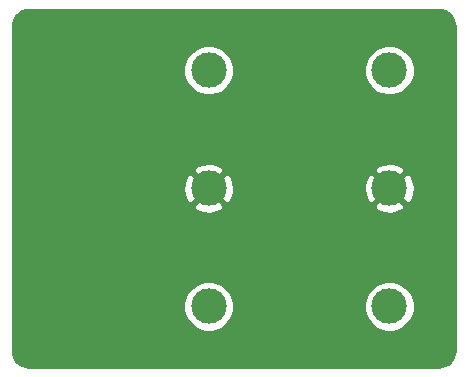
<source format=gtl>
%TF.GenerationSoftware,KiCad,Pcbnew,(5.1.8-0-10_14)*%
%TF.CreationDate,2021-06-26T19:18:40+01:00*%
%TF.ProjectId,breadboard-power-distrib,62726561-6462-46f6-9172-642d706f7765,v01*%
%TF.SameCoordinates,Original*%
%TF.FileFunction,Copper,L1,Top*%
%TF.FilePolarity,Positive*%
%FSLAX46Y46*%
G04 Gerber Fmt 4.6, Leading zero omitted, Abs format (unit mm)*
G04 Created by KiCad (PCBNEW (5.1.8-0-10_14)) date 2021-06-26 19:18:40*
%MOMM*%
%LPD*%
G01*
G04 APERTURE LIST*
%TA.AperFunction,ComponentPad*%
%ADD10C,3.000000*%
%TD*%
%TA.AperFunction,Conductor*%
%ADD11C,0.254000*%
%TD*%
%TA.AperFunction,Conductor*%
%ADD12C,0.100000*%
%TD*%
G04 APERTURE END LIST*
D10*
%TO.P,J3,1*%
%TO.N,Net-(J1-Pad5)*%
X97250000Y-62500000D03*
X112550000Y-62500000D03*
%TD*%
%TO.P,J4,1*%
%TO.N,Net-(J1-Pad1)*%
X97250000Y-72500000D03*
X112550000Y-72500000D03*
%TD*%
%TO.P,J5,1*%
%TO.N,Net-(J2-Pad5)*%
X97250000Y-82500000D03*
X112550000Y-82500000D03*
%TD*%
D11*
%TO.N,Net-(J1-Pad1)*%
X117009659Y-57438625D02*
X117259429Y-57514035D01*
X117489792Y-57636522D01*
X117691980Y-57801422D01*
X117858286Y-58002450D01*
X117982378Y-58231954D01*
X118059531Y-58481195D01*
X118090000Y-58771089D01*
X118090001Y-86217711D01*
X118061375Y-86509660D01*
X117985965Y-86759429D01*
X117863477Y-86989794D01*
X117698579Y-87191979D01*
X117497546Y-87358288D01*
X117268046Y-87482378D01*
X117018805Y-87559531D01*
X116728911Y-87590000D01*
X82032279Y-87590000D01*
X81740340Y-87561375D01*
X81490571Y-87485965D01*
X81260206Y-87363477D01*
X81058021Y-87198579D01*
X80891712Y-86997546D01*
X80767622Y-86768046D01*
X80690469Y-86518805D01*
X80660000Y-86228911D01*
X80660000Y-82289721D01*
X95115000Y-82289721D01*
X95115000Y-82710279D01*
X95197047Y-83122756D01*
X95357988Y-83511302D01*
X95591637Y-83860983D01*
X95889017Y-84158363D01*
X96238698Y-84392012D01*
X96627244Y-84552953D01*
X97039721Y-84635000D01*
X97460279Y-84635000D01*
X97872756Y-84552953D01*
X98261302Y-84392012D01*
X98610983Y-84158363D01*
X98908363Y-83860983D01*
X99142012Y-83511302D01*
X99302953Y-83122756D01*
X99385000Y-82710279D01*
X99385000Y-82289721D01*
X110415000Y-82289721D01*
X110415000Y-82710279D01*
X110497047Y-83122756D01*
X110657988Y-83511302D01*
X110891637Y-83860983D01*
X111189017Y-84158363D01*
X111538698Y-84392012D01*
X111927244Y-84552953D01*
X112339721Y-84635000D01*
X112760279Y-84635000D01*
X113172756Y-84552953D01*
X113561302Y-84392012D01*
X113910983Y-84158363D01*
X114208363Y-83860983D01*
X114442012Y-83511302D01*
X114602953Y-83122756D01*
X114685000Y-82710279D01*
X114685000Y-82289721D01*
X114602953Y-81877244D01*
X114442012Y-81488698D01*
X114208363Y-81139017D01*
X113910983Y-80841637D01*
X113561302Y-80607988D01*
X113172756Y-80447047D01*
X112760279Y-80365000D01*
X112339721Y-80365000D01*
X111927244Y-80447047D01*
X111538698Y-80607988D01*
X111189017Y-80841637D01*
X110891637Y-81139017D01*
X110657988Y-81488698D01*
X110497047Y-81877244D01*
X110415000Y-82289721D01*
X99385000Y-82289721D01*
X99302953Y-81877244D01*
X99142012Y-81488698D01*
X98908363Y-81139017D01*
X98610983Y-80841637D01*
X98261302Y-80607988D01*
X97872756Y-80447047D01*
X97460279Y-80365000D01*
X97039721Y-80365000D01*
X96627244Y-80447047D01*
X96238698Y-80607988D01*
X95889017Y-80841637D01*
X95591637Y-81139017D01*
X95357988Y-81488698D01*
X95197047Y-81877244D01*
X95115000Y-82289721D01*
X80660000Y-82289721D01*
X80660000Y-73991653D01*
X95937952Y-73991653D01*
X96093962Y-74307214D01*
X96468745Y-74498020D01*
X96873551Y-74612044D01*
X97292824Y-74644902D01*
X97710451Y-74595334D01*
X98110383Y-74465243D01*
X98406038Y-74307214D01*
X98562048Y-73991653D01*
X111237952Y-73991653D01*
X111393962Y-74307214D01*
X111768745Y-74498020D01*
X112173551Y-74612044D01*
X112592824Y-74644902D01*
X113010451Y-74595334D01*
X113410383Y-74465243D01*
X113706038Y-74307214D01*
X113862048Y-73991653D01*
X112550000Y-72679605D01*
X111237952Y-73991653D01*
X98562048Y-73991653D01*
X97250000Y-72679605D01*
X95937952Y-73991653D01*
X80660000Y-73991653D01*
X80660000Y-72542824D01*
X95105098Y-72542824D01*
X95154666Y-72960451D01*
X95284757Y-73360383D01*
X95442786Y-73656038D01*
X95758347Y-73812048D01*
X97070395Y-72500000D01*
X97429605Y-72500000D01*
X98741653Y-73812048D01*
X99057214Y-73656038D01*
X99248020Y-73281255D01*
X99362044Y-72876449D01*
X99388189Y-72542824D01*
X110405098Y-72542824D01*
X110454666Y-72960451D01*
X110584757Y-73360383D01*
X110742786Y-73656038D01*
X111058347Y-73812048D01*
X112370395Y-72500000D01*
X112729605Y-72500000D01*
X114041653Y-73812048D01*
X114357214Y-73656038D01*
X114548020Y-73281255D01*
X114662044Y-72876449D01*
X114694902Y-72457176D01*
X114645334Y-72039549D01*
X114515243Y-71639617D01*
X114357214Y-71343962D01*
X114041653Y-71187952D01*
X112729605Y-72500000D01*
X112370395Y-72500000D01*
X111058347Y-71187952D01*
X110742786Y-71343962D01*
X110551980Y-71718745D01*
X110437956Y-72123551D01*
X110405098Y-72542824D01*
X99388189Y-72542824D01*
X99394902Y-72457176D01*
X99345334Y-72039549D01*
X99215243Y-71639617D01*
X99057214Y-71343962D01*
X98741653Y-71187952D01*
X97429605Y-72500000D01*
X97070395Y-72500000D01*
X95758347Y-71187952D01*
X95442786Y-71343962D01*
X95251980Y-71718745D01*
X95137956Y-72123551D01*
X95105098Y-72542824D01*
X80660000Y-72542824D01*
X80660000Y-71008347D01*
X95937952Y-71008347D01*
X97250000Y-72320395D01*
X98562048Y-71008347D01*
X111237952Y-71008347D01*
X112550000Y-72320395D01*
X113862048Y-71008347D01*
X113706038Y-70692786D01*
X113331255Y-70501980D01*
X112926449Y-70387956D01*
X112507176Y-70355098D01*
X112089549Y-70404666D01*
X111689617Y-70534757D01*
X111393962Y-70692786D01*
X111237952Y-71008347D01*
X98562048Y-71008347D01*
X98406038Y-70692786D01*
X98031255Y-70501980D01*
X97626449Y-70387956D01*
X97207176Y-70355098D01*
X96789549Y-70404666D01*
X96389617Y-70534757D01*
X96093962Y-70692786D01*
X95937952Y-71008347D01*
X80660000Y-71008347D01*
X80660000Y-62289721D01*
X95115000Y-62289721D01*
X95115000Y-62710279D01*
X95197047Y-63122756D01*
X95357988Y-63511302D01*
X95591637Y-63860983D01*
X95889017Y-64158363D01*
X96238698Y-64392012D01*
X96627244Y-64552953D01*
X97039721Y-64635000D01*
X97460279Y-64635000D01*
X97872756Y-64552953D01*
X98261302Y-64392012D01*
X98610983Y-64158363D01*
X98908363Y-63860983D01*
X99142012Y-63511302D01*
X99302953Y-63122756D01*
X99385000Y-62710279D01*
X99385000Y-62289721D01*
X110415000Y-62289721D01*
X110415000Y-62710279D01*
X110497047Y-63122756D01*
X110657988Y-63511302D01*
X110891637Y-63860983D01*
X111189017Y-64158363D01*
X111538698Y-64392012D01*
X111927244Y-64552953D01*
X112339721Y-64635000D01*
X112760279Y-64635000D01*
X113172756Y-64552953D01*
X113561302Y-64392012D01*
X113910983Y-64158363D01*
X114208363Y-63860983D01*
X114442012Y-63511302D01*
X114602953Y-63122756D01*
X114685000Y-62710279D01*
X114685000Y-62289721D01*
X114602953Y-61877244D01*
X114442012Y-61488698D01*
X114208363Y-61139017D01*
X113910983Y-60841637D01*
X113561302Y-60607988D01*
X113172756Y-60447047D01*
X112760279Y-60365000D01*
X112339721Y-60365000D01*
X111927244Y-60447047D01*
X111538698Y-60607988D01*
X111189017Y-60841637D01*
X110891637Y-61139017D01*
X110657988Y-61488698D01*
X110497047Y-61877244D01*
X110415000Y-62289721D01*
X99385000Y-62289721D01*
X99302953Y-61877244D01*
X99142012Y-61488698D01*
X98908363Y-61139017D01*
X98610983Y-60841637D01*
X98261302Y-60607988D01*
X97872756Y-60447047D01*
X97460279Y-60365000D01*
X97039721Y-60365000D01*
X96627244Y-60447047D01*
X96238698Y-60607988D01*
X95889017Y-60841637D01*
X95591637Y-61139017D01*
X95357988Y-61488698D01*
X95197047Y-61877244D01*
X95115000Y-62289721D01*
X80660000Y-62289721D01*
X80660000Y-58782279D01*
X80688625Y-58490341D01*
X80764035Y-58240571D01*
X80886522Y-58010208D01*
X81051422Y-57808020D01*
X81252450Y-57641714D01*
X81481954Y-57517622D01*
X81731195Y-57440469D01*
X82021088Y-57410000D01*
X116717721Y-57410000D01*
X117009659Y-57438625D01*
%TA.AperFunction,Conductor*%
D12*
G36*
X117009659Y-57438625D02*
G01*
X117259429Y-57514035D01*
X117489792Y-57636522D01*
X117691980Y-57801422D01*
X117858286Y-58002450D01*
X117982378Y-58231954D01*
X118059531Y-58481195D01*
X118090000Y-58771089D01*
X118090001Y-86217711D01*
X118061375Y-86509660D01*
X117985965Y-86759429D01*
X117863477Y-86989794D01*
X117698579Y-87191979D01*
X117497546Y-87358288D01*
X117268046Y-87482378D01*
X117018805Y-87559531D01*
X116728911Y-87590000D01*
X82032279Y-87590000D01*
X81740340Y-87561375D01*
X81490571Y-87485965D01*
X81260206Y-87363477D01*
X81058021Y-87198579D01*
X80891712Y-86997546D01*
X80767622Y-86768046D01*
X80690469Y-86518805D01*
X80660000Y-86228911D01*
X80660000Y-82289721D01*
X95115000Y-82289721D01*
X95115000Y-82710279D01*
X95197047Y-83122756D01*
X95357988Y-83511302D01*
X95591637Y-83860983D01*
X95889017Y-84158363D01*
X96238698Y-84392012D01*
X96627244Y-84552953D01*
X97039721Y-84635000D01*
X97460279Y-84635000D01*
X97872756Y-84552953D01*
X98261302Y-84392012D01*
X98610983Y-84158363D01*
X98908363Y-83860983D01*
X99142012Y-83511302D01*
X99302953Y-83122756D01*
X99385000Y-82710279D01*
X99385000Y-82289721D01*
X110415000Y-82289721D01*
X110415000Y-82710279D01*
X110497047Y-83122756D01*
X110657988Y-83511302D01*
X110891637Y-83860983D01*
X111189017Y-84158363D01*
X111538698Y-84392012D01*
X111927244Y-84552953D01*
X112339721Y-84635000D01*
X112760279Y-84635000D01*
X113172756Y-84552953D01*
X113561302Y-84392012D01*
X113910983Y-84158363D01*
X114208363Y-83860983D01*
X114442012Y-83511302D01*
X114602953Y-83122756D01*
X114685000Y-82710279D01*
X114685000Y-82289721D01*
X114602953Y-81877244D01*
X114442012Y-81488698D01*
X114208363Y-81139017D01*
X113910983Y-80841637D01*
X113561302Y-80607988D01*
X113172756Y-80447047D01*
X112760279Y-80365000D01*
X112339721Y-80365000D01*
X111927244Y-80447047D01*
X111538698Y-80607988D01*
X111189017Y-80841637D01*
X110891637Y-81139017D01*
X110657988Y-81488698D01*
X110497047Y-81877244D01*
X110415000Y-82289721D01*
X99385000Y-82289721D01*
X99302953Y-81877244D01*
X99142012Y-81488698D01*
X98908363Y-81139017D01*
X98610983Y-80841637D01*
X98261302Y-80607988D01*
X97872756Y-80447047D01*
X97460279Y-80365000D01*
X97039721Y-80365000D01*
X96627244Y-80447047D01*
X96238698Y-80607988D01*
X95889017Y-80841637D01*
X95591637Y-81139017D01*
X95357988Y-81488698D01*
X95197047Y-81877244D01*
X95115000Y-82289721D01*
X80660000Y-82289721D01*
X80660000Y-73991653D01*
X95937952Y-73991653D01*
X96093962Y-74307214D01*
X96468745Y-74498020D01*
X96873551Y-74612044D01*
X97292824Y-74644902D01*
X97710451Y-74595334D01*
X98110383Y-74465243D01*
X98406038Y-74307214D01*
X98562048Y-73991653D01*
X111237952Y-73991653D01*
X111393962Y-74307214D01*
X111768745Y-74498020D01*
X112173551Y-74612044D01*
X112592824Y-74644902D01*
X113010451Y-74595334D01*
X113410383Y-74465243D01*
X113706038Y-74307214D01*
X113862048Y-73991653D01*
X112550000Y-72679605D01*
X111237952Y-73991653D01*
X98562048Y-73991653D01*
X97250000Y-72679605D01*
X95937952Y-73991653D01*
X80660000Y-73991653D01*
X80660000Y-72542824D01*
X95105098Y-72542824D01*
X95154666Y-72960451D01*
X95284757Y-73360383D01*
X95442786Y-73656038D01*
X95758347Y-73812048D01*
X97070395Y-72500000D01*
X97429605Y-72500000D01*
X98741653Y-73812048D01*
X99057214Y-73656038D01*
X99248020Y-73281255D01*
X99362044Y-72876449D01*
X99388189Y-72542824D01*
X110405098Y-72542824D01*
X110454666Y-72960451D01*
X110584757Y-73360383D01*
X110742786Y-73656038D01*
X111058347Y-73812048D01*
X112370395Y-72500000D01*
X112729605Y-72500000D01*
X114041653Y-73812048D01*
X114357214Y-73656038D01*
X114548020Y-73281255D01*
X114662044Y-72876449D01*
X114694902Y-72457176D01*
X114645334Y-72039549D01*
X114515243Y-71639617D01*
X114357214Y-71343962D01*
X114041653Y-71187952D01*
X112729605Y-72500000D01*
X112370395Y-72500000D01*
X111058347Y-71187952D01*
X110742786Y-71343962D01*
X110551980Y-71718745D01*
X110437956Y-72123551D01*
X110405098Y-72542824D01*
X99388189Y-72542824D01*
X99394902Y-72457176D01*
X99345334Y-72039549D01*
X99215243Y-71639617D01*
X99057214Y-71343962D01*
X98741653Y-71187952D01*
X97429605Y-72500000D01*
X97070395Y-72500000D01*
X95758347Y-71187952D01*
X95442786Y-71343962D01*
X95251980Y-71718745D01*
X95137956Y-72123551D01*
X95105098Y-72542824D01*
X80660000Y-72542824D01*
X80660000Y-71008347D01*
X95937952Y-71008347D01*
X97250000Y-72320395D01*
X98562048Y-71008347D01*
X111237952Y-71008347D01*
X112550000Y-72320395D01*
X113862048Y-71008347D01*
X113706038Y-70692786D01*
X113331255Y-70501980D01*
X112926449Y-70387956D01*
X112507176Y-70355098D01*
X112089549Y-70404666D01*
X111689617Y-70534757D01*
X111393962Y-70692786D01*
X111237952Y-71008347D01*
X98562048Y-71008347D01*
X98406038Y-70692786D01*
X98031255Y-70501980D01*
X97626449Y-70387956D01*
X97207176Y-70355098D01*
X96789549Y-70404666D01*
X96389617Y-70534757D01*
X96093962Y-70692786D01*
X95937952Y-71008347D01*
X80660000Y-71008347D01*
X80660000Y-62289721D01*
X95115000Y-62289721D01*
X95115000Y-62710279D01*
X95197047Y-63122756D01*
X95357988Y-63511302D01*
X95591637Y-63860983D01*
X95889017Y-64158363D01*
X96238698Y-64392012D01*
X96627244Y-64552953D01*
X97039721Y-64635000D01*
X97460279Y-64635000D01*
X97872756Y-64552953D01*
X98261302Y-64392012D01*
X98610983Y-64158363D01*
X98908363Y-63860983D01*
X99142012Y-63511302D01*
X99302953Y-63122756D01*
X99385000Y-62710279D01*
X99385000Y-62289721D01*
X110415000Y-62289721D01*
X110415000Y-62710279D01*
X110497047Y-63122756D01*
X110657988Y-63511302D01*
X110891637Y-63860983D01*
X111189017Y-64158363D01*
X111538698Y-64392012D01*
X111927244Y-64552953D01*
X112339721Y-64635000D01*
X112760279Y-64635000D01*
X113172756Y-64552953D01*
X113561302Y-64392012D01*
X113910983Y-64158363D01*
X114208363Y-63860983D01*
X114442012Y-63511302D01*
X114602953Y-63122756D01*
X114685000Y-62710279D01*
X114685000Y-62289721D01*
X114602953Y-61877244D01*
X114442012Y-61488698D01*
X114208363Y-61139017D01*
X113910983Y-60841637D01*
X113561302Y-60607988D01*
X113172756Y-60447047D01*
X112760279Y-60365000D01*
X112339721Y-60365000D01*
X111927244Y-60447047D01*
X111538698Y-60607988D01*
X111189017Y-60841637D01*
X110891637Y-61139017D01*
X110657988Y-61488698D01*
X110497047Y-61877244D01*
X110415000Y-62289721D01*
X99385000Y-62289721D01*
X99302953Y-61877244D01*
X99142012Y-61488698D01*
X98908363Y-61139017D01*
X98610983Y-60841637D01*
X98261302Y-60607988D01*
X97872756Y-60447047D01*
X97460279Y-60365000D01*
X97039721Y-60365000D01*
X96627244Y-60447047D01*
X96238698Y-60607988D01*
X95889017Y-60841637D01*
X95591637Y-61139017D01*
X95357988Y-61488698D01*
X95197047Y-61877244D01*
X95115000Y-62289721D01*
X80660000Y-62289721D01*
X80660000Y-58782279D01*
X80688625Y-58490341D01*
X80764035Y-58240571D01*
X80886522Y-58010208D01*
X81051422Y-57808020D01*
X81252450Y-57641714D01*
X81481954Y-57517622D01*
X81731195Y-57440469D01*
X82021088Y-57410000D01*
X116717721Y-57410000D01*
X117009659Y-57438625D01*
G37*
%TD.AperFunction*%
%TD*%
M02*

</source>
